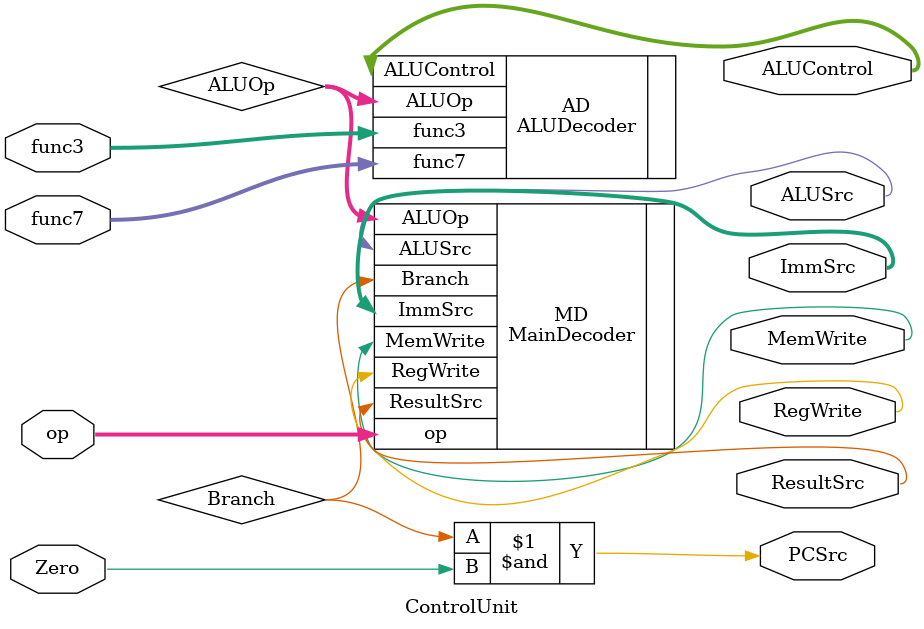
<source format=sv>
module ControlUnit(
    input  logic [6:0] op,
    input  logic [2:0] func3,
    input  logic [6:0] func7,
    input  logic       Zero,
    output logic       PCSrc,
    output logic       ResultSrc,
    output logic       MemWrite,
    output logic [2:0] ALUControl,
    output logic       ALUSrc,
    output logic [2:0] ImmSrc,
    output logic       RegWrite
);

    logic [1:0] ALUOp;
    logic       Branch;

MainDecoder MD(
    .op(op),
    .Branch(Branch),
    .ResultSrc(ResultSrc),
    .MemWrite(MemWrite),
    .ALUSrc(ALUSrc),
    .ImmSrc(ImmSrc),
    .RegWrite(RegWrite),
    .ALUOp(ALUOp)
);

ALUDecoder AD(
    .ALUOp(ALUOp),
    .func3(func3),
    .func7(func7),
    .ALUControl(ALUControl)
);

assign PCSrc = Branch & Zero;

endmodule

</source>
